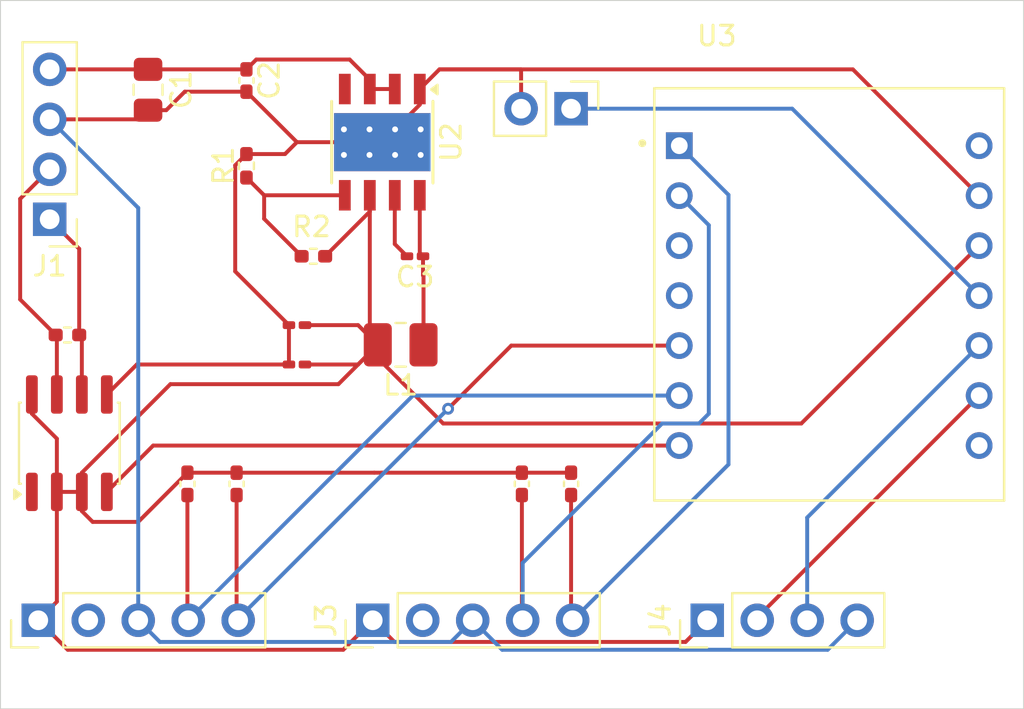
<source format=kicad_pcb>
(kicad_pcb (version 20241229) (generator "pcbnew") (generator_version "9.0")
  (layers (0 "F.Cu" signal) (2 "B.Cu" signal) (13 "F.Paste" user) (15 "B.Paste" user) (5 "F.SilkS" user "F.Silkscreen") (7 "B.SilkS" user "B.Silkscreen") (1 "F.Mask" user) (3 "B.Mask" user) (25 "Edge.Cuts" user))
  (net 0 "")
  (net 1 "Net-(J1-Pin_3)")
  (net 2 "Net-(J1-Pin_4)")
  (net 3 "Net-(U2-BOOT)")
  (net 4 "Net-(U2-SW)")
  (net 5 "Net-(J2-Pin_1)")
  (net 6 "Net-(J1-Pin_1)")
  (net 7 "Net-(J1-Pin_2)")
  (net 8 "Net-(J2-Pin_4)")
  (net 9 "Net-(J2-Pin_5)")
  (net 11 "Net-(J3-Pin_5)")
  (net 13 "Net-(J3-Pin_4)")
  (net 14 "Net-(U2-FB)")
  (net 16 "Net-(U1-DI)")
  (net 20 "Net-(J4-Pin_2)")
  (net 22 "Net-(J5-Pin_1)")
  (net 24 "Net-(J4-Pin_3)")
  (footprint "Inductor_SMD:L_1008_2520Metric_Pad1.43x2.20mm_HandSolder" (layer "F.Cu") (at 106.3375 101 180)
    (property "Reference" "L1" (at 0 -2.05 0) (layer "F.SilkS"))
    (property "Value" "2.2 uH")
    (fp_line (start -0.261252 1.11) (end 0.261252 1.11) (stroke (width 0.12)) (layer "F.SilkS"))
    (fp_line (start -0.261252 -1.11) (end 0.261252 -1.11) (stroke (width 0.12)) (layer "F.SilkS"))
    (pad "1" smd roundrect (at -1.1625 0 180) (size 1.425 2.2) (layers "F.Cu" "F.Mask" "F.Paste") (roundrect_rratio 0.175439) (net 4 "Net-(U2-SW)"))
    (pad "2" smd roundrect (at 1.1625 0 180) (size 1.425 2.2) (layers "F.Cu" "F.Mask" "F.Paste") (roundrect_rratio 0.175439) (net 5 "Net-(J2-Pin_1)"))
  )
  (footprint "Capacitor_SMD:C_0402_1005Metric_Pad0.74x0.62mm_HandSolder" (layer "F.Cu") (at 98 108.0675 90)
    (property "Reference" "R5" (hide yes))
    (property "Value" "4.7 kΩ" (hide yes))
    (fp_line (start -0.115835 -0.36) (end 0.115835 -0.36) (stroke (width 0.12)) (layer "F.SilkS"))
    (fp_line (start -0.115835 0.36) (end 0.115835 0.36) (stroke (width 0.12)) (layer "F.SilkS"))
    (pad "1" smd roundrect (at -0.5675 0 90) (size 0.735 0.62) (layers "F.Cu" "F.Mask" "F.Paste") (net 9 "Net-(J2-Pin_5)"))
    (pad "2" smd roundrect (at 0.5675 0 90) (size 0.735 0.62) (layers "F.Cu" "F.Mask" "F.Paste") (net 5 "Net-(J2-Pin_1)"))
  )
  (footprint "Capacitor_SMD:C_0805_2012Metric_Pad1.18x1.45mm_HandSolder" (layer "F.Cu") (at 93.5 88.0375 -90)
    (property "Reference" "C1" (at 0 -1.68 90) (layer "F.SilkS"))
    (property "Value" "10 uF")
    (fp_line (start -0.261252 0.735) (end 0.261252 0.735) (stroke (width 0.12)) (layer "F.SilkS"))
    (fp_line (start -0.261252 -0.735) (end 0.261252 -0.735) (stroke (width 0.12)) (layer "F.SilkS"))
    (pad "1" smd roundrect (at -1.0375 0 270) (size 1.175 1.45) (layers "F.Cu" "F.Mask" "F.Paste") (roundrect_rratio 0.212766) (net 2 "Net-(J1-Pin_4)"))
    (pad "2" smd roundrect (at 1.0375 0 270) (size 1.175 1.45) (layers "F.Cu" "F.Mask" "F.Paste") (roundrect_rratio 0.212766) (net 1 "Net-(J1-Pin_3)"))
  )
  (footprint "Capacitor_SMD:C_0201_0603Metric_Pad0.64x0.40mm_HandSolder" (layer "F.Cu") (at 101.0675 102 180)
    (property "Reference" "C4" (hide yes))
    (property "Value" "22 uF" (hide yes))
    (pad "1" smd roundrect (at -0.4075 0 180) (size 0.635 0.4) (layers "F.Cu" "F.Mask") (net 5 "Net-(J2-Pin_1)"))
    (pad "2" smd roundrect (at 0.4075 0 180) (size 0.635 0.4) (layers "F.Cu" "F.Mask") (net 1 "Net-(J1-Pin_3)"))
  )
  (footprint "Connector_PinHeader_2.54mm:PinHeader_1x05_P2.54mm_Vertical" (layer "F.Cu") (at 104.92 115 90)
    (property "Reference" "J3" (at 0 -2.38 90) (layer "F.SilkS"))
    (property "Value" "VEML7700-2")
    (fp_line (start -1.38 -1.38) (end 0 -1.38) (stroke (width 0.12)) (layer "F.SilkS"))
    (fp_line (start -1.38 0) (end -1.38 -1.38) (stroke (width 0.12)) (layer "F.SilkS"))
    (fp_line (start 1.38 1.27) (end 1.38 11.54) (stroke (width 0.12)) (layer "F.SilkS"))
    (fp_line (start -1.38 1.27) (end 1.38 1.27) (stroke (width 0.12)) (layer "F.SilkS"))
    (fp_line (start -1.38 1.27) (end -1.38 11.54) (stroke (width 0.12)) (layer "F.SilkS"))
    (fp_line (start -1.38 11.54) (end 1.38 11.54) (stroke (width 0.12)) (layer "F.SilkS"))
    (pad "1" thru_hole rect (at 0 0 90) (size 1.7 1.7) (drill 1) (layers "*.Cu" "*.Mask") (net 5 "Net-(J2-Pin_1)"))
    (pad "2" thru_hole circle (at 0 2.54 90) (size 1.7 1.7) (drill 1) (layers "*.Cu" "*.Mask"))
    (pad "3" thru_hole circle (at 0 5.08 90) (size 1.7 1.7) (drill 1) (layers "*.Cu" "*.Mask") (net 1 "Net-(J1-Pin_3)"))
    (pad "4" thru_hole circle (at 0 7.62 90) (size 1.7 1.7) (drill 1) (layers "*.Cu" "*.Mask") (net 13 "Net-(J3-Pin_4)"))
    (pad "5" thru_hole circle (at 0 10.16 90) (size 1.7 1.7) (drill 1) (layers "*.Cu" "*.Mask") (net 11 "Net-(J3-Pin_5)"))
  )
  (footprint "Connector_PinHeader_2.54mm:PinHeader_1x05_P2.54mm_Vertical" (layer "F.Cu") (at 87.92 115 90)
    (property "Reference" "J2" (hide yes))
    (property "Value" "VEML7700-1")
    (fp_line (start -1.38 -1.38) (end 0 -1.38) (stroke (width 0.12)) (layer "F.SilkS"))
    (fp_line (start -1.38 0) (end -1.38 -1.38) (stroke (width 0.12)) (layer "F.SilkS"))
    (fp_line (start 1.38 1.27) (end 1.38 11.54) (stroke (width 0.12)) (layer "F.SilkS"))
    (fp_line (start -1.38 1.27) (end 1.38 1.27) (stroke (width 0.12)) (layer "F.SilkS"))
    (fp_line (start -1.38 1.27) (end -1.38 11.54) (stroke (width 0.12)) (layer "F.SilkS"))
    (fp_line (start -1.38 11.54) (end 1.38 11.54) (stroke (width 0.12)) (layer "F.SilkS"))
    (pad "1" thru_hole rect (at 0 0 90) (size 1.7 1.7) (drill 1) (layers "*.Cu" "*.Mask") (net 5 "Net-(J2-Pin_1)"))
    (pad "2" thru_hole circle (at 0 2.54 90) (size 1.7 1.7) (drill 1) (layers "*.Cu" "*.Mask"))
    (pad "3" thru_hole circle (at 0 5.08 90) (size 1.7 1.7) (drill 1) (layers "*.Cu" "*.Mask") (net 1 "Net-(J1-Pin_3)"))
    (pad "4" thru_hole circle (at 0 7.62 90) (size 1.7 1.7) (drill 1) (layers "*.Cu" "*.Mask") (net 8 "Net-(J2-Pin_4)"))
    (pad "5" thru_hole circle (at 0 10.16 90) (size 1.7 1.7) (drill 1) (layers "*.Cu" "*.Mask") (net 9 "Net-(J2-Pin_5)"))
  )
  (footprint "Resistor_SMD:R_0402_1005Metric_Pad0.72x0.64mm_HandSolder" (layer "F.Cu") (at 98.5 91.9025 90)
    (property "Reference" "R1" (at 0 -1.17 90) (layer "F.SilkS"))
    (property "Value" "43.2 kΩ")
    (fp_line (start -0.167621 -0.38) (end 0.167621 -0.38) (stroke (width 0.12)) (layer "F.SilkS"))
    (fp_line (start -0.167621 0.38) (end 0.167621 0.38) (stroke (width 0.12)) (layer "F.SilkS"))
    (pad "1" smd roundrect (at -0.5975 0 90) (size 0.715 0.64) (layers "F.Cu" "F.Mask" "F.Paste") (net 14 "Net-(U2-FB)"))
    (pad "2" smd roundrect (at 0.5975 0 90) (size 0.715 0.64) (layers "F.Cu" "F.Mask" "F.Paste") (net 1 "Net-(J1-Pin_3)"))
  )
  (footprint "Capacitor_SMD:C_0402_1005Metric_Pad0.74x0.62mm_HandSolder" (layer "F.Cu") (at 112.5 108.0675 90)
    (property "Reference" "R4" (hide yes))
    (property "Value" "4.7 kΩ" (hide yes))
    (fp_line (start -0.115835 -0.36) (end 0.115835 -0.36) (stroke (width 0.12)) (layer "F.SilkS"))
    (fp_line (start -0.115835 0.36) (end 0.115835 0.36) (stroke (width 0.12)) (layer "F.SilkS"))
    (pad "1" smd roundrect (at -0.5675 0 90) (size 0.735 0.62) (layers "F.Cu" "F.Mask" "F.Paste") (net 13 "Net-(J3-Pin_4)"))
    (pad "2" smd roundrect (at 0.5675 0 90) (size 0.735 0.62) (layers "F.Cu" "F.Mask" "F.Paste") (net 5 "Net-(J2-Pin_1)"))
  )
  (footprint "Package_SO:Texas_HSOP-8-1EP_3.9x4.9mm_P1.27mm_ThermalVias" (layer "F.Cu") (at 105.405 90.7 -90)
    (property "Reference" "U2" (at 0 -3.5 90) (layer "F.SilkS"))
    (property "Value" "LMR33630BDDA")
    (fp_line (start -2.075 2.575) (end 2.075 2.575) (stroke (width 0.15)) (layer "F.SilkS"))
    (fp_line (start -2.075 -2.575) (end 2.075 -2.575) (stroke (width 0.15)) (layer "F.SilkS"))
    (fp_poly (pts (xy -2.675 -2.475) (xy -2.915 -2.805) (xy -2.435 -2.805) (xy -2.675 -2.475)) (stroke (width 0.12)) (fill yes) (layer "F.SilkS"))
    (pad "1" smd rect (at -2.7 -1.905 270) (size 1.55 0.6) (layers "F.Cu" "F.Mask" "F.Paste") (net 1 "Net-(J1-Pin_3)"))
    (pad "2" smd rect (at -2.7 -0.635 270) (size 1.55 0.6) (layers "F.Cu" "F.Mask" "F.Paste") (net 2 "Net-(J1-Pin_4)"))
    (pad "3" smd rect (at -2.7 0.635 270) (size 1.55 0.6) (layers "F.Cu" "F.Mask" "F.Paste") (net 2 "Net-(J1-Pin_4)"))
    (pad "4" smd rect (at -2.7 1.905 270) (size 1.55 0.6) (layers "F.Cu" "F.Mask" "F.Paste"))
    (pad "5" smd rect (at 2.7 1.905 270) (size 1.55 0.6) (layers "F.Cu" "F.Mask" "F.Paste") (net 14 "Net-(U2-FB)"))
    (pad "6" smd rect (at 2.7 0.635 270) (size 1.55 0.6) (layers "F.Cu" "F.Mask" "F.Paste") (net 5 "Net-(J2-Pin_1)"))
    (pad "7" smd rect (at 2.7 -0.635 270) (size 1.55 0.6) (layers "F.Cu" "F.Mask" "F.Paste") (net 3 "Net-(U2-BOOT)"))
    (pad "8" smd rect (at 2.7 -1.905 270) (size 1.55 0.6) (layers "F.Cu" "F.Mask" "F.Paste") (net 4 "Net-(U2-SW)"))
    (pad "9" thru_hole circle (at -0.65 -1.95 270) (size 0.6 0.6) (drill 0.3) (layers "*.Cu") (net 1 "Net-(J1-Pin_3)"))
    (pad "9" thru_hole circle (at -0.65 -0.65 270) (size 0.6 0.6) (drill 0.3) (layers "*.Cu") (net 1 "Net-(J1-Pin_3)"))
    (pad "9" thru_hole circle (at -0.65 0.65 270) (size 0.6 0.6) (drill 0.3) (layers "*.Cu") (net 1 "Net-(J1-Pin_3)"))
    (pad "9" thru_hole circle (at -0.65 1.95 270) (size 0.6 0.6) (drill 0.3) (layers "*.Cu") (net 1 "Net-(J1-Pin_3)"))
    (pad "9" smd rect (at 0 0 270) (size 2.95 4.9) (layers "F.Cu") (net 1 "Net-(J1-Pin_3)"))
    (pad "9" smd rect (at 0 0 270) (size 2.95 4.9) (layers "B.Cu") (net 1 "Net-(J1-Pin_3)"))
    (pad "9" thru_hole circle (at 0.65 -1.95 270) (size 0.6 0.6) (drill 0.3) (layers "*.Cu") (net 1 "Net-(J1-Pin_3)"))
    (pad "9" thru_hole circle (at 0.65 -0.65 270) (size 0.6 0.6) (drill 0.3) (layers "*.Cu") (net 1 "Net-(J1-Pin_3)"))
    (pad "9" thru_hole circle (at 0.65 0.65 270) (size 0.6 0.6) (drill 0.3) (layers "*.Cu") (net 1 "Net-(J1-Pin_3)"))
    (pad "9" thru_hole circle (at 0.65 1.95 270) (size 0.6 0.6) (drill 0.3) (layers "*.Cu") (net 1 "Net-(J1-Pin_3)"))
  )
  (footprint "Capacitor_SMD:C_0201_0603Metric_Pad0.64x0.40mm_HandSolder" (layer "F.Cu") (at 107.0675 96.5 180)
    (property "Reference" "C3" (at 0 -1.05 0) (layer "F.SilkS"))
    (property "Value" "0.1 uF")
    (pad "1" smd roundrect (at -0.4075 0 180) (size 0.635 0.4) (layers "F.Cu" "F.Mask") (net 4 "Net-(U2-SW)"))
    (pad "2" smd roundrect (at 0.4075 0 180) (size 0.635 0.4) (layers "F.Cu" "F.Mask") (net 3 "Net-(U2-BOOT)"))
  )
  (footprint "Resistor_SMD:R_0402_1005Metric_Pad0.72x0.64mm_HandSolder" (layer "F.Cu") (at 101.9025 96.5 180)
    (property "Reference" "R2" (at 0.0975 1.5 0) (layer "F.SilkS"))
    (property "Value" "100 kΩ")
    (fp_line (start -0.167621 0.38) (end 0.167621 0.38) (stroke (width 0.12)) (layer "F.SilkS"))
    (fp_line (start -0.167621 -0.38) (end 0.167621 -0.38) (stroke (width 0.12)) (layer "F.SilkS"))
    (pad "1" smd roundrect (at -0.5975 0 180) (size 0.715 0.64) (layers "F.Cu" "F.Mask" "F.Paste") (net 5 "Net-(J2-Pin_1)"))
    (pad "2" smd roundrect (at 0.5975 0 180) (size 0.715 0.64) (layers "F.Cu" "F.Mask" "F.Paste") (net 14 "Net-(U2-FB)"))
  )
  (footprint "Capacitor_SMD:C_0402_1005Metric_Pad0.74x0.62mm_HandSolder" (layer "F.Cu") (at 115 108.0675 90)
    (property "Reference" "R8" (hide yes))
    (property "Value" "4.7 kΩ")
    (fp_line (start -0.115835 -0.36) (end 0.115835 -0.36) (stroke (width 0.12)) (layer "F.SilkS"))
    (fp_line (start -0.115835 0.36) (end 0.115835 0.36) (stroke (width 0.12)) (layer "F.SilkS"))
    (pad "1" smd roundrect (at -0.5675 0 90) (size 0.735 0.62) (layers "F.Cu" "F.Mask" "F.Paste") (net 11 "Net-(J3-Pin_5)"))
    (pad "2" smd roundrect (at 0.5675 0 90) (size 0.735 0.62) (layers "F.Cu" "F.Mask" "F.Paste") (net 5 "Net-(J2-Pin_1)"))
  )
  (footprint "Capacitor_SMD:C_0402_1005Metric_Pad0.74x0.62mm_HandSolder" (layer "F.Cu") (at 95.5 108.0675 90)
    (property "Reference" "R6" (hide yes))
    (property "Value" "4.7 kΩ")
    (fp_line (start -0.115835 -0.36) (end 0.115835 -0.36) (stroke (width 0.12)) (layer "F.SilkS"))
    (fp_line (start -0.115835 0.36) (end 0.115835 0.36) (stroke (width 0.12)) (layer "F.SilkS"))
    (pad "1" smd roundrect (at -0.5675 0 90) (size 0.735 0.62) (layers "F.Cu" "F.Mask" "F.Paste") (net 8 "Net-(J2-Pin_4)"))
    (pad "2" smd roundrect (at 0.5675 0 90) (size 0.735 0.62) (layers "F.Cu" "F.Mask" "F.Paste") (net 5 "Net-(J2-Pin_1)"))
  )
  (footprint "Connector_PinHeader_2.54mm:PinHeader_1x04_P2.54mm_Vertical" (layer "F.Cu") (at 121.92 115 90)
    (property "Reference" "J4" (at 0 -2.38 90) (layer "F.SilkS"))
    (property "Value" "NEO-6M")
    (fp_line (start -1.38 -1.38) (end 0 -1.38) (stroke (width 0.12)) (layer "F.SilkS"))
    (fp_line (start -1.38 0) (end -1.38 -1.38) (stroke (width 0.12)) (layer "F.SilkS"))
    (fp_line (start 1.38 1.27) (end 1.38 9) (stroke (width 0.12)) (layer "F.SilkS"))
    (fp_line (start -1.38 1.27) (end 1.38 1.27) (stroke (width 0.12)) (layer "F.SilkS"))
    (fp_line (start -1.38 1.27) (end -1.38 9) (stroke (width 0.12)) (layer "F.SilkS"))
    (fp_line (start -1.38 9) (end 1.38 9) (stroke (width 0.12)) (layer "F.SilkS"))
    (pad "1" thru_hole rect (at 0 0 90) (size 1.7 1.7) (drill 1) (layers "*.Cu" "*.Mask") (net 5 "Net-(J2-Pin_1)"))
    (pad "2" thru_hole circle (at 0 2.54 90) (size 1.7 1.7) (drill 1) (layers "*.Cu" "*.Mask") (net 20 "Net-(J4-Pin_2)"))
    (pad "3" thru_hole circle (at 0 5.08 90) (size 1.7 1.7) (drill 1) (layers "*.Cu" "*.Mask") (net 24 "Net-(J4-Pin_3)"))
    (pad "4" thru_hole circle (at 0 7.62 90) (size 1.7 1.7) (drill 1) (layers "*.Cu" "*.Mask") (net 1 "Net-(J1-Pin_3)"))
  )
  (footprint "Resistor_SMD:R_0402_1005Metric_Pad0.72x0.64mm_HandSolder" (layer "F.Cu") (at 89.4025 100.5 180)
    (property "Reference" "R3" (hide yes))
    (property "Value" "120 Ω")
    (fp_line (start -0.167621 0.38) (end 0.167621 0.38) (stroke (width 0.12)) (layer "F.SilkS"))
    (fp_line (start -0.167621 -0.38) (end 0.167621 -0.38) (stroke (width 0.12)) (layer "F.SilkS"))
    (pad "1" smd roundrect (at -0.5975 0 180) (size 0.715 0.64) (layers "F.Cu" "F.Mask" "F.Paste") (net 6 "Net-(J1-Pin_1)"))
    (pad "2" smd roundrect (at 0.5975 0 180) (size 0.715 0.64) (layers "F.Cu" "F.Mask" "F.Paste") (net 7 "Net-(J1-Pin_2)"))
  )
  (footprint "Package_SO:SOIC-8_3.9x4.9mm_P1.27mm" (layer "F.Cu") (at 89.5 106 90)
    (property "Reference" "U1" (hide yes))
    (property "Value" "MAX3485")
    (fp_line (start 2.06 -2.56) (end 2.06 -2.465) (stroke (width 0.12)) (layer "F.SilkS"))
    (fp_line (start -2.06 -2.56) (end 2.06 -2.56) (stroke (width 0.12)) (layer "F.SilkS"))
    (fp_line (start -2.06 -2.465) (end -2.06 -2.56) (stroke (width 0.12)) (layer "F.SilkS"))
    (fp_line (start 2.06 2.465) (end 2.06 2.56) (stroke (width 0.12)) (layer "F.SilkS"))
    (fp_line (start 2.06 2.56) (end -2.06 2.56) (stroke (width 0.12)) (layer "F.SilkS"))
    (fp_line (start -2.06 2.56) (end -2.06 2.465) (stroke (width 0.12)) (layer "F.SilkS"))
    (fp_poly (pts (xy -2.6 -2.47) (xy -2.84 -2.8) (xy -2.36 -2.8)) (stroke (width 0.12)) (fill yes) (layer "F.SilkS"))
    (pad "1" smd roundrect (at -2.475 -1.905 90) (size 1.95 0.6) (layers "F.Cu" "F.Mask" "F.Paste"))
    (pad "2" smd roundrect (at -2.475 -0.635 90) (size 1.95 0.6) (layers "F.Cu" "F.Mask" "F.Paste") (net 5 "Net-(J2-Pin_1)"))
    (pad "3" smd roundrect (at -2.475 0.635 90) (size 1.95 0.6) (layers "F.Cu" "F.Mask" "F.Paste") (net 5 "Net-(J2-Pin_1)"))
    (pad "4" smd roundrect (at -2.475 1.905 90) (size 1.95 0.6) (layers "F.Cu" "F.Mask" "F.Paste") (net 16 "Net-(U1-DI)"))
    (pad "5" smd roundrect (at 2.475 1.905 90) (size 1.95 0.6) (layers "F.Cu" "F.Mask" "F.Paste") (net 1 "Net-(J1-Pin_3)"))
    (pad "6" smd roundrect (at 2.475 0.635 90) (size 1.95 0.6) (layers "F.Cu" "F.Mask" "F.Paste") (net 6 "Net-(J1-Pin_1)"))
    (pad "7" smd roundrect (at 2.475 -0.635 90) (size 1.95 0.6) (layers "F.Cu" "F.Mask" "F.Paste") (net 7 "Net-(J1-Pin_2)"))
    (pad "8" smd roundrect (at 2.475 -1.905 90) (size 1.95 0.6) (layers "F.Cu" "F.Mask" "F.Paste") (net 5 "Net-(J2-Pin_1)"))
  )
  (footprint "Connector_PinHeader_2.54mm:PinHeader_1x04_P2.54mm_Vertical" (layer "F.Cu") (at 88.5 94.62 180)
    (property "Reference" "J1" (at 0 -2.38 0) (layer "F.SilkS"))
    (property "Value" "GX12")
    (fp_line (start 1.38 1.27) (end 1.38 9) (stroke (width 0.12)) (layer "F.SilkS"))
    (fp_line (start -1.38 9) (end 1.38 9) (stroke (width 0.12)) (layer "F.SilkS"))
    (fp_line (start -1.38 1.27) (end 1.38 1.27) (stroke (width 0.12)) (layer "F.SilkS"))
    (fp_line (start -1.38 1.27) (end -1.38 9) (stroke (width 0.12)) (layer "F.SilkS"))
    (fp_line (start -1.38 0) (end -1.38 -1.38) (stroke (width 0.12)) (layer "F.SilkS"))
    (fp_line (start -1.38 -1.38) (end 0 -1.38) (stroke (width 0.12)) (layer "F.SilkS"))
    (pad "1" thru_hole rect (at 0 0 180) (size 1.7 1.7) (drill 1) (layers "*.Cu" "*.Mask") (net 6 "Net-(J1-Pin_1)"))
    (pad "2" thru_hole circle (at 0 2.54 180) (size 1.7 1.7) (drill 1) (layers "*.Cu" "*.Mask") (net 7 "Net-(J1-Pin_2)"))
    (pad "3" thru_hole circle (at 0 5.08 180) (size 1.7 1.7) (drill 1) (layers "*.Cu" "*.Mask") (net 1 "Net-(J1-Pin_3)"))
    (pad "4" thru_hole circle (at 0 7.62 180) (size 1.7 1.7) (drill 1) (layers "*.Cu" "*.Mask") (net 2 "Net-(J1-Pin_4)"))
  )
  (footprint "Library:MODULE_113991054" (layer "F.Cu") (at 128.12 98.4365)
    (property "Reference" "U3" (at -5.715 -13.135 0) (layer "F.SilkS"))
    (property "Value" "113991054")
    (fp_line (start -8.89 -10.4775) (end 8.89 -10.4775) (stroke (width 0.127)) (layer "F.SilkS"))
    (fp_line (start -8.89 10.4775) (end -8.89 -10.4775) (stroke (width 0.127)) (layer "F.SilkS"))
    (fp_line (start 8.89 -10.4775) (end 8.89 10.4775) (stroke (width 0.127)) (layer "F.SilkS"))
    (fp_line (start 8.89 10.4775) (end -8.89 10.4775) (stroke (width 0.127)) (layer "F.SilkS"))
    (fp_circle (center -9.5 -7.6835) (end -9.4 -7.6835) (stroke (width 0.2)) (fill no) (layer "F.SilkS"))
    (pad "1" thru_hole rect (at -7.62 -7.5565) (size 1.358 1.358) (drill 0.85) (layers "*.Cu" "*.Mask") (net 11 "Net-(J3-Pin_5)"))
    (pad "2" thru_hole circle (at -7.62 -5.0165) (size 1.358 1.358) (drill 0.85) (layers "*.Cu" "*.Mask") (net 13 "Net-(J3-Pin_4)"))
    (pad "3" thru_hole circle (at -7.62 -2.4765) (size 1.358 1.358) (drill 0.85) (layers "*.Cu" "*.Mask"))
    (pad "4" thru_hole circle (at -7.62 0.0635) (size 1.358 1.358) (drill 0.85) (layers "*.Cu" "*.Mask"))
    (pad "5" thru_hole circle (at -7.62 2.6035) (size 1.358 1.358) (drill 0.85) (layers "*.Cu" "*.Mask") (net 9 "Net-(J2-Pin_5)"))
    (pad "6" thru_hole circle (at -7.62 5.1435) (size 1.358 1.358) (drill 0.85) (layers "*.Cu" "*.Mask") (net 8 "Net-(J2-Pin_4)"))
    (pad "7" thru_hole circle (at -7.62 7.6835) (size 1.358 1.358) (drill 0.85) (layers "*.Cu" "*.Mask") (net 16 "Net-(U1-DI)"))
    (pad "8" thru_hole circle (at 7.62 7.6835) (size 1.358 1.358) (drill 0.85) (layers "*.Cu" "*.Mask"))
    (pad "9" thru_hole circle (at 7.62 5.1435) (size 1.358 1.358) (drill 0.85) (layers "*.Cu" "*.Mask") (net 20 "Net-(J4-Pin_2)"))
    (pad "10" thru_hole circle (at 7.62 2.6035) (size 1.358 1.358) (drill 0.85) (layers "*.Cu" "*.Mask") (net 24 "Net-(J4-Pin_3)"))
    (pad "11" thru_hole circle (at 7.62 0.0635) (size 1.358 1.358) (drill 0.85) (layers "*.Cu" "*.Mask") (net 22 "Net-(J5-Pin_1)"))
    (pad "12" thru_hole circle (at 7.62 -2.4765) (size 1.358 1.358) (drill 0.85) (layers "*.Cu" "*.Mask") (net 5 "Net-(J2-Pin_1)"))
    (pad "13" thru_hole circle (at 7.62 -5.0165) (size 1.358 1.358) (drill 0.85) (layers "*.Cu" "*.Mask") (net 1 "Net-(J1-Pin_3)"))
    (pad "14" thru_hole circle (at 7.62 -7.5565) (size 1.358 1.358) (drill 0.85) (layers "*.Cu" "*.Mask"))
  )
  (footprint "Capacitor_SMD:C_0402_1005Metric_Pad0.74x0.62mm_HandSolder" (layer "F.Cu") (at 98.5 87.5675 -90)
    (property "Reference" "C2" (at 0 -1.16 90) (layer "F.SilkS"))
    (property "Value" "220 nF")
    (fp_line (start -0.115835 0.36) (end 0.115835 0.36) (stroke (width 0.12)) (layer "F.SilkS"))
    (fp_line (start -0.115835 -0.36) (end 0.115835 -0.36) (stroke (width 0.12)) (layer "F.SilkS"))
    (pad "1" smd roundrect (at -0.5675 0 270) (size 0.735 0.62) (layers "F.Cu" "F.Mask" "F.Paste") (net 2 "Net-(J1-Pin_4)"))
    (pad "2" smd roundrect (at 0.5675 0 270) (size 0.735 0.62) (layers "F.Cu" "F.Mask" "F.Paste") (net 1 "Net-(J1-Pin_3)"))
  )
  (footprint "Connector_PinHeader_2.54mm:PinHeader_1x02_P2.54mm_Vertical" (layer "F.Cu") (at 115 89 -90)
    (property "Reference" "J5" (hide yes))
    (property "Value" "Switch")
    (fp_line (start -1.38 3.92) (end 1.38 3.92) (stroke (width 0.12)) (layer "F.SilkS"))
    (fp_line (start -1.38 1.27) (end -1.38 3.92) (stroke (width 0.12)) (layer "F.SilkS"))
    (fp_line (start -1.38 1.27) (end 1.38 1.27) (stroke (width 0.12)) (layer "F.SilkS"))
    (fp_line (start 1.38 1.27) (end 1.38 3.92) (stroke (width 0.12)) (layer "F.SilkS"))
    (fp_line (start -1.38 0) (end -1.38 -1.38) (stroke (width 0.12)) (layer "F.SilkS"))
    (fp_line (start -1.38 -1.38) (end 0 -1.38) (stroke (width 0.12)) (layer "F.SilkS"))
    (pad "1" thru_hole rect (at 0 0 270) (size 1.7 1.7) (drill 1) (layers "*.Cu" "*.Mask") (net 22 "Net-(J5-Pin_1)"))
    (pad "2" thru_hole circle (at 0 2.54 270) (size 1.7 1.7) (drill 1) (layers "*.Cu" "*.Mask") (net 1 "Net-(J1-Pin_3)"))
  )
  (footprint "Capacitor_SMD:C_0201_0603Metric_Pad0.64x0.40mm_HandSolder" (layer "F.Cu") (at 101.0675 100 180)
    (property "Reference" "C5" (hide yes))
    (property "Value" "22 uF")
    (pad "1" smd roundrect (at -0.4075 0 180) (size 0.635 0.4) (layers "F.Cu" "F.Mask") (net 5 "Net-(J2-Pin_1)"))
    (pad "2" smd roundrect (at 0.4075 0 180) (size 0.635 0.4) (layers "F.Cu" "F.Mask") (net 1 "Net-(J1-Pin_3)"))
  )
  (gr_rect (start 86 83.5) (end 138 119.5) (stroke (width 0.05)) (fill no) (layer "Edge.Cuts"))
  (segment (start 97.929 97.269) (end 97.929 91.876) (width 0.2) (layer "F.Cu") (net 1))
  (segment (start 100.46 91.305) (end 101.065 90.7) (width 0.2) (layer "F.Cu") (net 1))
  (segment (start 100.66 102) (end 100.66 100) (width 0.2) (layer "F.Cu") (net 1))
  (segment (start 97.929 91.876) (end 98.5 91.305) (width 0.2) (layer "F.Cu") (net 1))
  (segment (start 135.74 93.42) (end 129.32 87) (width 0.2) (layer "F.Cu") (net 1))
  (segment (start 101.065 90.7) (end 105.405 90.7) (width 0.2) (layer "F.Cu") (net 1))
  (segment (start 100.66 100) (end 98.08 97.42) (width 0.2) (layer "F.Cu") (net 1))
  (segment (start 112.46 87) (end 112.46 89) (width 0.2) (layer "F.Cu") (net 1))
  (segment (start 93.5 89.075) (end 94.425 89.075) (width 0.2) (layer "F.Cu") (net 1))
  (segment (start 100.66 102) (end 92.93 102) (width 0.2) (layer "F.Cu") (net 1))
  (segment (start 95.365 88.135) (end 98.5 88.135) (width 0.2) (layer "F.Cu") (net 1))
  (segment (start 92.93 102) (end 91.405 103.525) (width 0.2) (layer "F.Cu") (net 1))
  (segment (start 98.5 91.305) (end 100.46 91.305) (width 0.2) (layer "F.Cu") (net 1))
  (segment (start 98.08 97.42) (end 97.929 97.269) (width 0.2) (layer "F.Cu") (net 1))
  (segment (start 98.5 88.135) (end 101.065 90.7) (width 0.2) (layer "F.Cu") (net 1))
  (segment (start 129.32 87) (end 108.31 87) (width 0.2) (layer "F.Cu") (net 1))
  (segment (start 105.405 90.7) (end 107.31 88.795) (width 0.2) (layer "F.Cu") (net 1))
  (segment (start 107.31 88.795) (end 107.31 88) (width 0.2) (layer "F.Cu") (net 1))
  (segment (start 93.035 89.54) (end 93.5 89.075) (width 0.2) (layer "F.Cu") (net 1))
  (segment (start 108.31 87) (end 107.31 88) (width 0.2) (layer "F.Cu") (net 1))
  (segment (start 94.425 89.075) (end 95.365 88.135) (width 0.2) (layer "F.Cu") (net 1))
  (segment (start 88.5 89.54) (end 93.035 89.54) (width 0.2) (layer "F.Cu") (net 1))
  (segment (start 108.31 87) (end 112.46 87) (width 0.2) (layer "F.Cu") (net 1))
  (segment (start 108.899 116.101) (end 110 115) (width 0.2) (layer "B.Cu") (net 1))
  (segment (start 128.04 116.5) (end 129.54 115) (width 0.2) (layer "B.Cu") (net 1))
  (segment (start 94.101 116.101) (end 108.899 116.101) (width 0.2) (layer "B.Cu") (net 1))
  (segment (start 111.5 116.5) (end 128.04 116.5) (width 0.2) (layer "B.Cu") (net 1))
  (segment (start 110 115) (end 111.5 116.5) (width 0.2) (layer "B.Cu") (net 1))
  (segment (start 92.98 94.02) (end 88.5 89.54) (width 0.2) (layer "B.Cu") (net 1))
  (segment (start 93 94.04) (end 93 115) (width 0.2) (layer "B.Cu") (net 1))
  (segment (start 93 115) (end 94.101 116.101) (width 0.2) (layer "B.Cu") (net 1))
  (segment (start 92.98 94.02) (end 93 94.04) (width 0.2) (layer "B.Cu") (net 1))
  (segment (start 99 86.5) (end 103.745 86.5) (width 0.2) (layer "F.Cu") (net 2))
  (segment (start 104.77 87.525) (end 104.77 88) (width 0.2) (layer "F.Cu") (net 2))
  (segment (start 88.5 87) (end 93.5 87) (width 0.2) (layer "F.Cu") (net 2))
  (segment (start 104.77 88) (end 106.04 88) (width 0.2) (layer "F.Cu") (net 2))
  (segment (start 98.5 87) (end 99 86.5) (width 0.2) (layer "F.Cu") (net 2))
  (segment (start 93.5 87) (end 98.5 87) (width 0.2) (layer "F.Cu") (net 2))
  (segment (start 103.745 86.5) (end 104.77 87.525) (width 0.2) (layer "F.Cu") (net 2))
  (segment (start 106.04 93.4) (end 106.04 95.88) (width 0.2) (layer "F.Cu") (net 3))
  (segment (start 106.04 95.88) (end 106.66 96.5) (width 0.2) (layer "F.Cu") (net 3))
  (segment (start 107.475 96.5) (end 107.475 97.475) (width 0.2) (layer "F.Cu") (net 4))
  (segment (start 107.31 93.4) (end 107.31 96.335) (width 0.2) (layer "F.Cu") (net 4))
  (segment (start 107.31 96.335) (end 107.475 96.5) (width 0.2) (layer "F.Cu") (net 4))
  (segment (start 107.5 97.5) (end 107.5 101) (width 0.2) (layer "F.Cu") (net 4))
  (segment (start 107.475 97.475) (end 107.5 97.5) (width 0.2) (layer "F.Cu") (net 4))
  (segment (start 105 107.5) (end 105.5 107.5) (width 0.2) (layer "F.Cu") (net 5))
  (segment (start 95.5 107.5) (end 93 110) (width 0.2) (layer "F.Cu") (net 5))
  (segment (start 90.135 107.500001) (end 94.635001 103) (width 0.2) (layer "F.Cu") (net 5))
  (segment (start 105.5 107.5) (end 105.35 107.5) (width 0.2) (layer "F.Cu") (net 5))
  (segment (start 105.5 107.5) (end 115 107.5) (width 0.2) (layer "F.Cu") (net 5))
  (segment (start 104.92 115) (end 106.021 116.101) (width 0.2) (layer "F.Cu") (net 5))
  (segment (start 90.135 108.475) (end 88.865 108.475) (width 0.2) (layer "F.Cu") (net 5))
  (segment (start 106.021 116.101) (end 120.819 116.101) (width 0.2) (layer "F.Cu") (net 5))
  (segment (start 101.475 102) (end 104.175 102) (width 0.2) (layer "F.Cu") (net 5))
  (segment (start 104.77 93.4) (end 104.77 100.595) (width 0.2) (layer "F.Cu") (net 5))
  (segment (start 104.175 100) (end 105.175 101) (width 0.2) (layer "F.Cu") (net 5))
  (segment (start 88.865 105.769999) (end 88.865 108.475) (width 0.2) (layer "F.Cu") (net 5))
  (segment (start 105.175 101) (end 105.175 101.675) (width 0.2) (layer "F.Cu") (net 5))
  (segment (start 105.175 101.675) (end 108.5 105) (width 0.2) (layer "F.Cu") (net 5))
  (segment (start 88.865 108.475) (end 88.865 114.055) (width 0.2) (layer "F.Cu") (net 5))
  (segment (start 120.819 116.101) (end 121.92 115) (width 0.2) (layer "F.Cu") (net 5))
  (segment (start 126.7 105) (end 135.74 95.96) (width 0.2) (layer "F.Cu") (net 5))
  (segment (start 90.135 109.449999) (end 90.135 108.475) (width 0.2) (layer "F.Cu") (net 5))
  (segment (start 104.77 100.595) (end 105.175 101) (width 0.2) (layer "F.Cu") (net 5))
  (segment (start 102.5 96.5) (end 104.77 94.23) (width 0.2) (layer "F.Cu") (net 5))
  (segment (start 89.42 116.5) (end 103.42 116.5) (width 0.2) (layer "F.Cu") (net 5))
  (segment (start 87.595 104.499999) (end 88.865 105.769999) (width 0.2) (layer "F.Cu") (net 5))
  (segment (start 93 110) (end 90.685001 110) (width 0.2) (layer "F.Cu") (net 5))
  (segment (start 104.175 102) (end 105.175 101) (width 0.2) (layer "F.Cu") (net 5))
  (segment (start 98 107.5) (end 105 107.5) (width 0.2) (layer "F.Cu") (net 5))
  (segment (start 87.595 103.525) (end 87.595 104.499999) (width 0.2) (layer "F.Cu") (net 5))
  (segment (start 90.685001 110) (end 90.135 109.449999) (width 0.2) (layer "F.Cu") (net 5))
  (segment (start 104.77 94.23) (end 104.77 93.4) (width 0.2) (layer "F.Cu") (net 5))
  (segment (start 94.635001 103) (end 103.175 103) (width 0.2) (layer "F.Cu") (net 5))
  (segment (start 103.175 103) (end 105.175 101) (width 0.2) (layer "F.Cu") (net 5))
  (segment (start 90.135 108.475) (end 90.135 107.500001) (width 0.2) (layer "F.Cu") (net 5))
  (segment (start 95.5 107.5) (end 98 107.5) (width 0.2) (layer "F.Cu") (net 5))
  (segment (start 88.865 114.055) (end 87.92 115) (width 0.2) (layer "F.Cu") (net 5))
  (segment (start 101.475 100) (end 104.175 100) (width 0.2) (layer "F.Cu") (net 5))
  (segment (start 103.42 116.5) (end 104.92 115) (width 0.2) (layer "F.Cu") (net 5))
  (segment (start 108.5 105) (end 126.7 105) (width 0.2) (layer "F.Cu") (net 5))
  (segment (start 87.92 115) (end 89.42 116.5) (width 0.2) (layer "F.Cu") (net 5))
  (segment (start 90 100.5) (end 90 96.12) (width 0.2) (layer "F.Cu") (net 6))
  (segment (start 90.135 103.525) (end 90.135 100.635) (width 0.2) (layer "F.Cu") (net 6))
  (segment (start 90.135 100.635) (end 90 100.5) (width 0.2) (layer "F.Cu") (net 6))
  (segment (start 90 96.12) (end 88.5 94.62) (width 0.2) (layer "F.Cu") (net 6))
  (segment (start 88.865 103.525) (end 88.865 100.56) (width 0.2) (layer "F.Cu") (net 7))
  (segment (start 88.865 100.56) (end 88.805 100.5) (width 0.2) (layer "F.Cu") (net 7))
  (segment (start 87 98.695) (end 87 93.58) (width 0.2) (layer "F.Cu") (net 7))
  (segment (start 88.805 100.5) (end 87 98.695) (width 0.2) (layer "F.Cu") (net 7))
  (segment (start 87 93.58) (end 88.5 92.08) (width 0.2) (layer "F.Cu") (net 7))
  (segment (start 95.5 114.96) (end 95.54 115) (width 0.2) (layer "F.Cu") (net 8))
  (segment (start 95.62 108.755) (end 95.5 108.635) (width 0.2) (layer "F.Cu") (net 8))
  (segment (start 95.5 108.635) (end 95.5 114.96) (width 0.2) (layer "F.Cu") (net 8))
  (segment (start 95.54 115) (end 106.96 103.58) (width 0.2) (layer "B.Cu") (net 8))
  (segment (start 106.96 103.58) (end 120.5 103.58) (width 0.2) (layer "B.Cu") (net 8))
  (segment (start 98 114.92) (end 98.08 115) (width 0.2) (layer "F.Cu") (net 9))
  (segment (start 108.75 104.25) (end 111.96 101.04) (width 0.2) (layer "F.Cu") (net 9))
  (segment (start 98.16 108.795) (end 98 108.635) (width 0.2) (layer "F.Cu") (net 9))
  (segment (start 98 108.635) (end 98 114.92) (width 0.2) (layer "F.Cu") (net 9))
  (segment (start 111.96 101.04) (end 120.5 101.04) (width 0.2) (layer "F.Cu") (net 9))
  (via (at 108.75 104.25) (size 0.6) (drill 0.3) (layers "F.Cu" "B.Cu") (net 9))
  (segment (start 108.75 104.25) (end 98.08 114.92) (width 0.2) (layer "B.Cu") (net 9))
  (segment (start 98.08 114.92) (end 98.08 115) (width 0.2) (layer "B.Cu") (net 9))
  (segment (start 115.16 108.795) (end 115 108.635) (width 0.2) (layer "F.Cu") (net 11))
  (segment (start 115 114.92) (end 115.08 115) (width 0.2) (layer "F.Cu") (net 11))
  (segment (start 115 108.635) (end 115 114.92) (width 0.2) (layer "F.Cu") (net 11))
  (segment (start 123 107.08) (end 115.08 115) (width 0.2) (layer "B.Cu") (net 11))
  (segment (start 123 93.38) (end 123 107.08) (width 0.2) (layer "B.Cu") (net 11))
  (segment (start 120.5 90.88) (end 123 93.38) (width 0.2) (layer "B.Cu") (net 11))
  (segment (start 112.62 108.755) (end 112.5 108.635) (width 0.2) (layer "F.Cu") (net 13))
  (segment (start 112.5 108.635) (end 112.5 114.96) (width 0.2) (layer "F.Cu") (net 13))
  (segment (start 112.5 114.96) (end 112.54 115) (width 0.2) (layer "F.Cu") (net 13))
  (segment (start 119.624781 105) (end 121.5 105) (width 0.2) (layer "B.Cu") (net 13))
  (segment (start 121.5 105) (end 122 104.5) (width 0.2) (layer "B.Cu") (net 13))
  (segment (start 122 104.5) (end 122 94.92) (width 0.2) (layer "B.Cu") (net 13))
  (segment (start 122 94.92) (end 120.5 93.42) (width 0.2) (layer "B.Cu") (net 13))
  (segment (start 112.54 115) (end 112.54 112.084781) (width 0.2) (layer "B.Cu") (net 13))
  (segment (start 112.54 112.084781) (end 119.624781 105) (width 0.2) (layer "B.Cu") (net 13))
  (segment (start 99.4 94.595) (end 101.305 96.5) (width 0.2) (layer "F.Cu") (net 14))
  (segment (start 103.5 93.4) (end 99.4 93.4) (width 0.2) (layer "F.Cu") (net 14))
  (segment (start 99.4 93.4) (end 99.4 94.595) (width 0.2) (layer "F.Cu") (net 14))
  (segment (start 99.4 93.4) (end 98.5 92.5) (width 0.2) (layer "F.Cu") (net 14))
  (segment (start 120.5 106.12) (end 93.76 106.12) (width 0.2) (layer "F.Cu") (net 16))
  (segment (start 93.76 106.12) (end 91.405 108.475) (width 0.2) (layer "F.Cu") (net 16))
  (segment (start 124.46 114.86) (end 124.46 115) (width 0.2) (layer "F.Cu") (net 20))
  (segment (start 135.74 103.58) (end 124.46 114.86) (width 0.2) (layer "F.Cu") (net 20))
  (segment (start 115 89) (end 126.24 89) (width 0.2) (layer "B.Cu") (net 22))
  (segment (start 126.24 89) (end 135.74 98.5) (width 0.2) (layer "B.Cu") (net 22))
  (segment (start 127 109.78) (end 135.74 101.04) (width 0.2) (layer "B.Cu") (net 24))
  (segment (start 127 115) (end 127 109.78) (width 0.2) (layer "B.Cu") (net 24))
)
</source>
